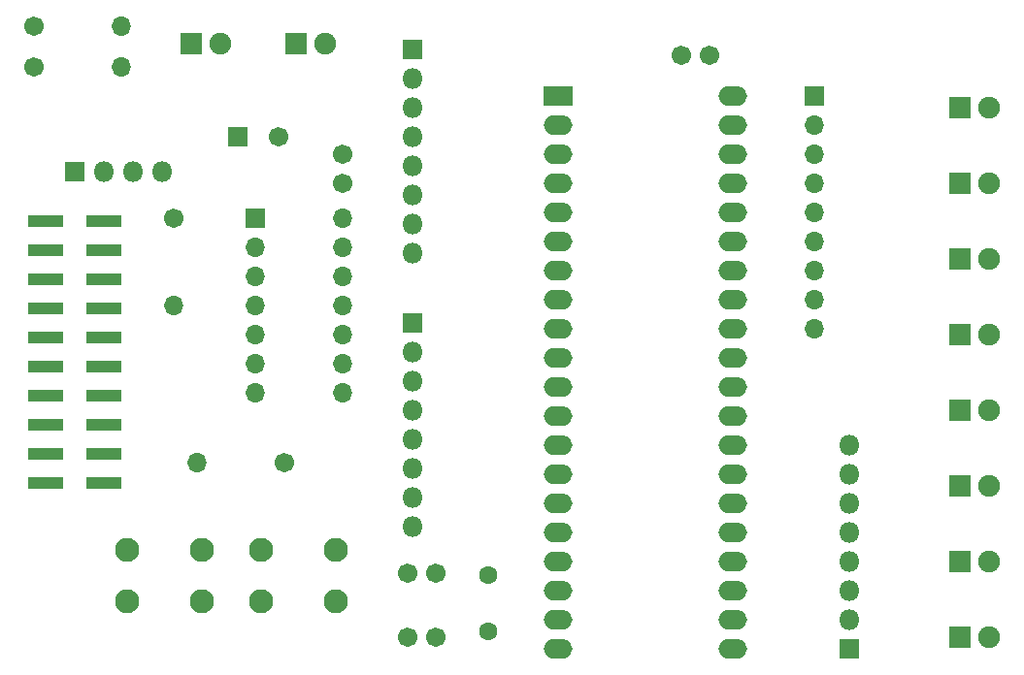
<source format=gbr>
G04 #@! TF.GenerationSoftware,KiCad,Pcbnew,(5.1.5)-3*
G04 #@! TF.CreationDate,2020-04-06T14:20:25-04:00*
G04 #@! TF.ProjectId,atusbprog,61747573-6270-4726-9f67-2e6b69636164,rev?*
G04 #@! TF.SameCoordinates,Original*
G04 #@! TF.FileFunction,Soldermask,Top*
G04 #@! TF.FilePolarity,Negative*
%FSLAX46Y46*%
G04 Gerber Fmt 4.6, Leading zero omitted, Abs format (unit mm)*
G04 Created by KiCad (PCBNEW (5.1.5)-3) date 2020-04-06 14:20:25*
%MOMM*%
%LPD*%
G04 APERTURE LIST*
%ADD10C,1.701600*%
%ADD11O,1.701600X1.701600*%
%ADD12R,1.901600X1.901600*%
%ADD13C,1.901600*%
%ADD14C,2.101600*%
%ADD15R,1.701600X1.701600*%
%ADD16C,1.601600*%
%ADD17O,2.501600X1.701600*%
%ADD18R,2.501600X1.701600*%
%ADD19O,1.801600X1.801600*%
%ADD20R,1.801600X1.801600*%
%ADD21R,3.101600X1.101600*%
G04 APERTURE END LIST*
D10*
X107188000Y-68580000D03*
D11*
X114808000Y-68580000D03*
D10*
X107188000Y-72136000D03*
D11*
X114808000Y-72136000D03*
D12*
X130048000Y-70104000D03*
D13*
X132588000Y-70104000D03*
D12*
X120904000Y-70104000D03*
D13*
X123444000Y-70104000D03*
D14*
X127000000Y-118800000D03*
X127000000Y-114300000D03*
X133500000Y-118800000D03*
X133500000Y-114300000D03*
X121816000Y-114300000D03*
X121816000Y-118800000D03*
X115316000Y-114300000D03*
X115316000Y-118800000D03*
D10*
X128468000Y-78232000D03*
D15*
X124968000Y-78232000D03*
D10*
X134112000Y-82296000D03*
X134112000Y-79796000D03*
X139740000Y-116332000D03*
X142240000Y-116332000D03*
X142240000Y-121920000D03*
X139740000Y-121920000D03*
X163616000Y-71120000D03*
X166116000Y-71120000D03*
D16*
X146812000Y-116532000D03*
X146812000Y-121412000D03*
D11*
X134112000Y-85344000D03*
X126492000Y-100584000D03*
X134112000Y-87884000D03*
X126492000Y-98044000D03*
X134112000Y-90424000D03*
X126492000Y-95504000D03*
X134112000Y-92964000D03*
X126492000Y-92964000D03*
X134112000Y-95504000D03*
X126492000Y-90424000D03*
X134112000Y-98044000D03*
X126492000Y-87884000D03*
X134112000Y-100584000D03*
D15*
X126492000Y-85344000D03*
D17*
X168148000Y-74676000D03*
X152908000Y-122936000D03*
X168148000Y-77216000D03*
X152908000Y-120396000D03*
X168148000Y-79756000D03*
X152908000Y-117856000D03*
X168148000Y-82296000D03*
X152908000Y-115316000D03*
X168148000Y-84836000D03*
X152908000Y-112776000D03*
X168148000Y-87376000D03*
X152908000Y-110236000D03*
X168148000Y-89916000D03*
X152908000Y-107696000D03*
X168148000Y-92456000D03*
X152908000Y-105156000D03*
X168148000Y-94996000D03*
X152908000Y-102616000D03*
X168148000Y-97536000D03*
X152908000Y-100076000D03*
X168148000Y-100076000D03*
X152908000Y-97536000D03*
X168148000Y-102616000D03*
X152908000Y-94996000D03*
X168148000Y-105156000D03*
X152908000Y-92456000D03*
X168148000Y-107696000D03*
X152908000Y-89916000D03*
X168148000Y-110236000D03*
X152908000Y-87376000D03*
X168148000Y-112776000D03*
X152908000Y-84836000D03*
X168148000Y-115316000D03*
X152908000Y-82296000D03*
X168148000Y-117856000D03*
X152908000Y-79756000D03*
X168148000Y-120396000D03*
X152908000Y-77216000D03*
X168148000Y-122936000D03*
D18*
X152908000Y-74676000D03*
D12*
X187960000Y-88900000D03*
D13*
X190500000Y-88900000D03*
X190500000Y-75692000D03*
D12*
X187960000Y-75692000D03*
X187960000Y-82296000D03*
D13*
X190500000Y-82296000D03*
X190500000Y-95504000D03*
D12*
X187960000Y-95504000D03*
X187960000Y-108712000D03*
D13*
X190500000Y-108712000D03*
X190500000Y-121920000D03*
D12*
X187960000Y-121920000D03*
X187960000Y-102108000D03*
D13*
X190500000Y-102108000D03*
X190500000Y-115316000D03*
D12*
X187960000Y-115316000D03*
D19*
X118364000Y-81280000D03*
X115824000Y-81280000D03*
X113284000Y-81280000D03*
D20*
X110744000Y-81280000D03*
D19*
X140208000Y-88392000D03*
X140208000Y-85852000D03*
X140208000Y-83312000D03*
X140208000Y-80772000D03*
X140208000Y-78232000D03*
X140208000Y-75692000D03*
X140208000Y-73152000D03*
D20*
X140208000Y-70612000D03*
X140208000Y-94488000D03*
D19*
X140208000Y-97028000D03*
X140208000Y-99568000D03*
X140208000Y-102108000D03*
X140208000Y-104648000D03*
X140208000Y-107188000D03*
X140208000Y-109728000D03*
X140208000Y-112268000D03*
X178308000Y-105156000D03*
X178308000Y-107696000D03*
X178308000Y-110236000D03*
X178308000Y-112776000D03*
X178308000Y-115316000D03*
X178308000Y-117856000D03*
X178308000Y-120396000D03*
D20*
X178308000Y-122936000D03*
D11*
X175260000Y-94996000D03*
X175260000Y-92456000D03*
X175260000Y-89916000D03*
X175260000Y-87376000D03*
X175260000Y-84836000D03*
X175260000Y-82296000D03*
X175260000Y-79756000D03*
X175260000Y-77216000D03*
D15*
X175260000Y-74676000D03*
D10*
X129032000Y-106680000D03*
D11*
X121412000Y-106680000D03*
X119380000Y-92964000D03*
D10*
X119380000Y-85344000D03*
D21*
X113264000Y-85598000D03*
X108224000Y-85598000D03*
X113264000Y-88138000D03*
X108224000Y-88138000D03*
X113264000Y-90678000D03*
X108224000Y-90678000D03*
X113264000Y-93218000D03*
X108224000Y-93218000D03*
X113264000Y-95758000D03*
X108224000Y-95758000D03*
X113264000Y-98298000D03*
X108224000Y-98298000D03*
X113264000Y-100838000D03*
X108224000Y-100838000D03*
X113264000Y-103378000D03*
X108224000Y-103378000D03*
X113264000Y-105918000D03*
X108224000Y-105918000D03*
X113264000Y-108458000D03*
X108224000Y-108458000D03*
M02*

</source>
